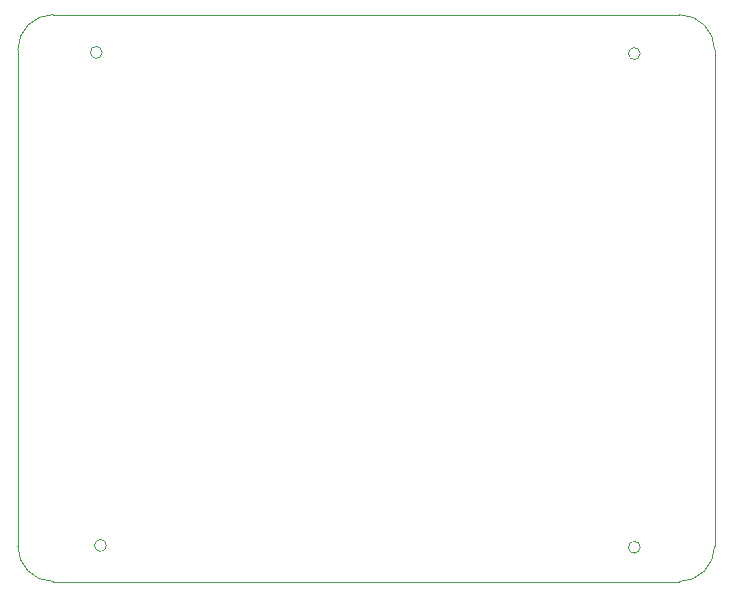
<source format=gbr>
%TF.GenerationSoftware,KiCad,Pcbnew,8.0.3*%
%TF.CreationDate,2024-07-29T11:00:05+05:30*%
%TF.ProjectId,SSTM32_REV2,5353544d-3332-45f5-9245-56322e6b6963,rev?*%
%TF.SameCoordinates,Original*%
%TF.FileFunction,Profile,NP*%
%FSLAX46Y46*%
G04 Gerber Fmt 4.6, Leading zero omitted, Abs format (unit mm)*
G04 Created by KiCad (PCBNEW 8.0.3) date 2024-07-29 11:00:05*
%MOMM*%
%LPD*%
G01*
G04 APERTURE LIST*
%TA.AperFunction,Profile*%
%ADD10C,0.050000*%
%TD*%
G04 APERTURE END LIST*
D10*
X149500000Y-122950000D02*
G75*
G02*
X148500000Y-122950000I-500000J0D01*
G01*
X148500000Y-122950000D02*
G75*
G02*
X149500000Y-122950000I500000J0D01*
G01*
X194700000Y-123100000D02*
G75*
G02*
X193700000Y-123100000I-500000J0D01*
G01*
X193700000Y-123100000D02*
G75*
G02*
X194700000Y-123100000I500000J0D01*
G01*
X194700000Y-81300000D02*
G75*
G02*
X193700000Y-81300000I-500000J0D01*
G01*
X193700000Y-81300000D02*
G75*
G02*
X194700000Y-81300000I500000J0D01*
G01*
X149150000Y-81200000D02*
G75*
G02*
X148150000Y-81200000I-500000J0D01*
G01*
X148150000Y-81200000D02*
G75*
G02*
X149150000Y-81200000I500000J0D01*
G01*
X142000000Y-81000000D02*
G75*
G02*
X145000000Y-78000000I3000000J0D01*
G01*
X145000000Y-126000000D02*
G75*
G02*
X142000000Y-123000000I0J3000000D01*
G01*
X145000000Y-126000000D02*
X198000000Y-126000000D01*
X198000000Y-78000000D02*
G75*
G02*
X201000000Y-81000000I0J-3000000D01*
G01*
X142000000Y-81000000D02*
X142000000Y-123000000D01*
X198000000Y-78000000D02*
X145000000Y-78000000D01*
X201000000Y-123000000D02*
X201000000Y-81000000D01*
X201000000Y-123000000D02*
G75*
G02*
X198000000Y-126000000I-3000000J0D01*
G01*
M02*

</source>
